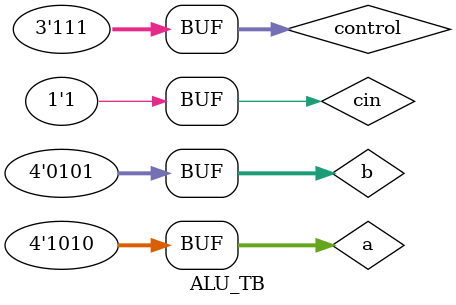
<source format=v>
`timescale 1ns / 1ps


module ALU_TB;

	// Inputs
	reg [3:0] a;
	reg [3:0] b;
	reg cin;
	reg [2:0] control;

	// Outputs
	wire cout;
	wire [3:0] out;

	// Instantiate the Unit Under Test (UUT)
	ALU uut (
		.a(a), 
		.b(b), 
		.cin(cin), 
		.cout(cout), 
		.out(out), 
		.control(control)
	);

	initial begin
		// Initialize Inputs
		a = 0;
		b = 0;
		cin = 0;
		control = 0;
		#100;
		
		a = 4'b1010;
		b = 4'b0101;
		cin = 0;
		control = 3'b000;//add
		
		#100;
		a = 4'b1010;
		b = 4'b1010;
		cin = 0;
		control = 3'b001;//sub
		
		#100;
		a = 4'b1010;
		b = 4'b0101;
		cin = 0;
		control = 3'b010;//or
		
		#100;
		a = 4'b1010;
		b = 4'b0101;
		cin = 1'b1;
		control = 3'b000;//test cout
		#100;
		
      a = 4'b1010;
		b = 4'b0101;
		cin = 1'b1;
		control = 3'b011;
		#100;
		
		a = 4'b1010;
		b = 4'b0101;
		cin = 1'b1;
		control = 3'b100;
		#100;
      
		a = 4'b1010;
		b = 4'b0101;
		cin = 1'b1;
		control = 3'b101;
		#100;
      
		a = 4'b1010;
		b = 4'b0101;
		cin = 1'b1;
		control = 3'b110;
		#100;
		
      a = 4'b1010;
		b = 4'b0101;
		cin = 1'b1;
		control = 3'b111;
		#100;
      
		// Add stimulus here

	end
      
endmodule


</source>
